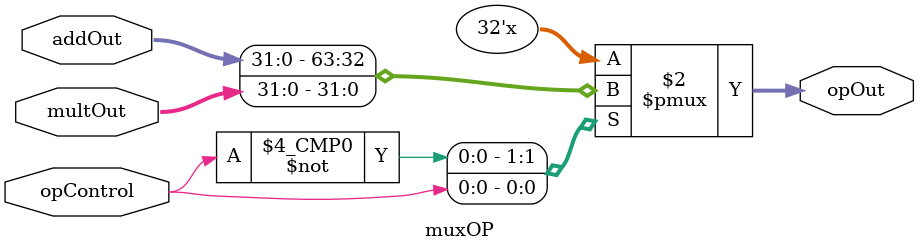
<source format=v>
module muxOP(
input [31:0] addOut,
input [31:0] multOut,
input opControl,
output reg [31:0] opOut);

always @(*)
case (opControl)
	1'b0:opOut = addOut;
	1'b1:opOut = multOut;
endcase
endmodule
</source>
